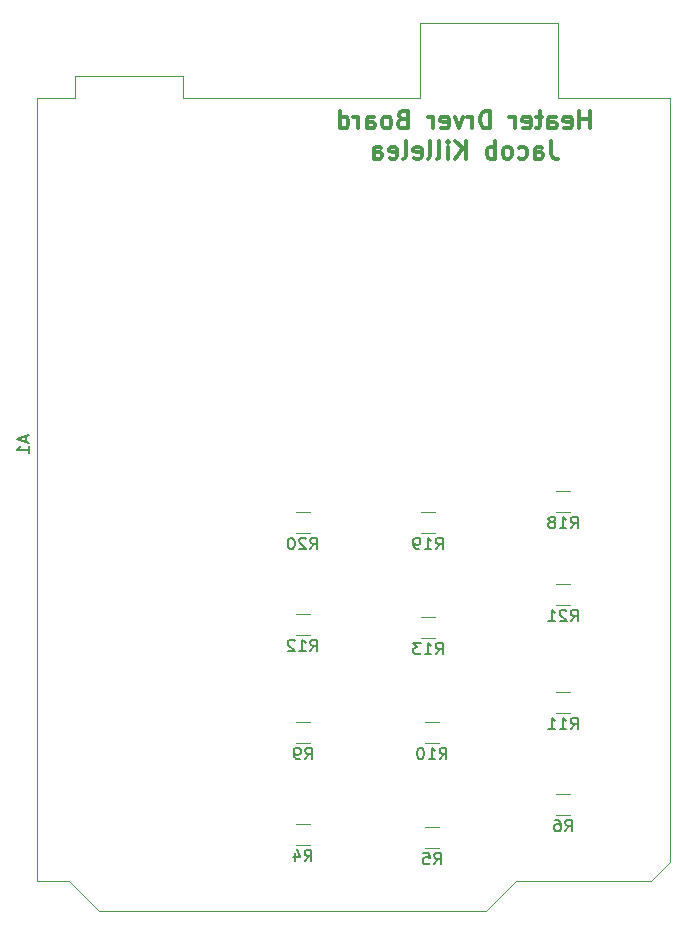
<source format=gbr>
G04 #@! TF.GenerationSoftware,KiCad,Pcbnew,5.0.2-bee76a0~70~ubuntu18.04.1*
G04 #@! TF.CreationDate,2019-02-08T11:17:56-07:00*
G04 #@! TF.ProjectId,driver,64726976-6572-42e6-9b69-6361645f7063,rev?*
G04 #@! TF.SameCoordinates,Original*
G04 #@! TF.FileFunction,Legend,Bot*
G04 #@! TF.FilePolarity,Positive*
%FSLAX46Y46*%
G04 Gerber Fmt 4.6, Leading zero omitted, Abs format (unit mm)*
G04 Created by KiCad (PCBNEW 5.0.2-bee76a0~70~ubuntu18.04.1) date Fri 08 Feb 2019 11:17:56 AM MST*
%MOMM*%
%LPD*%
G01*
G04 APERTURE LIST*
%ADD10C,0.300000*%
%ADD11C,0.120000*%
%ADD12C,0.150000*%
G04 APERTURE END LIST*
D10*
X122077428Y-75857571D02*
X122077428Y-74357571D01*
X122077428Y-75071857D02*
X121220285Y-75071857D01*
X121220285Y-75857571D02*
X121220285Y-74357571D01*
X119934571Y-75786142D02*
X120077428Y-75857571D01*
X120363142Y-75857571D01*
X120506000Y-75786142D01*
X120577428Y-75643285D01*
X120577428Y-75071857D01*
X120506000Y-74929000D01*
X120363142Y-74857571D01*
X120077428Y-74857571D01*
X119934571Y-74929000D01*
X119863142Y-75071857D01*
X119863142Y-75214714D01*
X120577428Y-75357571D01*
X118577428Y-75857571D02*
X118577428Y-75071857D01*
X118648857Y-74929000D01*
X118791714Y-74857571D01*
X119077428Y-74857571D01*
X119220285Y-74929000D01*
X118577428Y-75786142D02*
X118720285Y-75857571D01*
X119077428Y-75857571D01*
X119220285Y-75786142D01*
X119291714Y-75643285D01*
X119291714Y-75500428D01*
X119220285Y-75357571D01*
X119077428Y-75286142D01*
X118720285Y-75286142D01*
X118577428Y-75214714D01*
X118077428Y-74857571D02*
X117506000Y-74857571D01*
X117863142Y-74357571D02*
X117863142Y-75643285D01*
X117791714Y-75786142D01*
X117648857Y-75857571D01*
X117506000Y-75857571D01*
X116434571Y-75786142D02*
X116577428Y-75857571D01*
X116863142Y-75857571D01*
X117006000Y-75786142D01*
X117077428Y-75643285D01*
X117077428Y-75071857D01*
X117006000Y-74929000D01*
X116863142Y-74857571D01*
X116577428Y-74857571D01*
X116434571Y-74929000D01*
X116363142Y-75071857D01*
X116363142Y-75214714D01*
X117077428Y-75357571D01*
X115720285Y-75857571D02*
X115720285Y-74857571D01*
X115720285Y-75143285D02*
X115648857Y-75000428D01*
X115577428Y-74929000D01*
X115434571Y-74857571D01*
X115291714Y-74857571D01*
X113648857Y-75857571D02*
X113648857Y-74357571D01*
X113291714Y-74357571D01*
X113077428Y-74429000D01*
X112934571Y-74571857D01*
X112863142Y-74714714D01*
X112791714Y-75000428D01*
X112791714Y-75214714D01*
X112863142Y-75500428D01*
X112934571Y-75643285D01*
X113077428Y-75786142D01*
X113291714Y-75857571D01*
X113648857Y-75857571D01*
X112148857Y-75857571D02*
X112148857Y-74857571D01*
X112148857Y-75143285D02*
X112077428Y-75000428D01*
X112006000Y-74929000D01*
X111863142Y-74857571D01*
X111720285Y-74857571D01*
X111363142Y-74857571D02*
X111006000Y-75857571D01*
X110648857Y-74857571D01*
X109506000Y-75786142D02*
X109648857Y-75857571D01*
X109934571Y-75857571D01*
X110077428Y-75786142D01*
X110148857Y-75643285D01*
X110148857Y-75071857D01*
X110077428Y-74929000D01*
X109934571Y-74857571D01*
X109648857Y-74857571D01*
X109506000Y-74929000D01*
X109434571Y-75071857D01*
X109434571Y-75214714D01*
X110148857Y-75357571D01*
X108791714Y-75857571D02*
X108791714Y-74857571D01*
X108791714Y-75143285D02*
X108720285Y-75000428D01*
X108648857Y-74929000D01*
X108506000Y-74857571D01*
X108363142Y-74857571D01*
X106220285Y-75071857D02*
X106006000Y-75143285D01*
X105934571Y-75214714D01*
X105863142Y-75357571D01*
X105863142Y-75571857D01*
X105934571Y-75714714D01*
X106006000Y-75786142D01*
X106148857Y-75857571D01*
X106720285Y-75857571D01*
X106720285Y-74357571D01*
X106220285Y-74357571D01*
X106077428Y-74429000D01*
X106006000Y-74500428D01*
X105934571Y-74643285D01*
X105934571Y-74786142D01*
X106006000Y-74929000D01*
X106077428Y-75000428D01*
X106220285Y-75071857D01*
X106720285Y-75071857D01*
X105006000Y-75857571D02*
X105148857Y-75786142D01*
X105220285Y-75714714D01*
X105291714Y-75571857D01*
X105291714Y-75143285D01*
X105220285Y-75000428D01*
X105148857Y-74929000D01*
X105006000Y-74857571D01*
X104791714Y-74857571D01*
X104648857Y-74929000D01*
X104577428Y-75000428D01*
X104506000Y-75143285D01*
X104506000Y-75571857D01*
X104577428Y-75714714D01*
X104648857Y-75786142D01*
X104791714Y-75857571D01*
X105006000Y-75857571D01*
X103220285Y-75857571D02*
X103220285Y-75071857D01*
X103291714Y-74929000D01*
X103434571Y-74857571D01*
X103720285Y-74857571D01*
X103863142Y-74929000D01*
X103220285Y-75786142D02*
X103363142Y-75857571D01*
X103720285Y-75857571D01*
X103863142Y-75786142D01*
X103934571Y-75643285D01*
X103934571Y-75500428D01*
X103863142Y-75357571D01*
X103720285Y-75286142D01*
X103363142Y-75286142D01*
X103220285Y-75214714D01*
X102506000Y-75857571D02*
X102506000Y-74857571D01*
X102506000Y-75143285D02*
X102434571Y-75000428D01*
X102363142Y-74929000D01*
X102220285Y-74857571D01*
X102077428Y-74857571D01*
X100934571Y-75857571D02*
X100934571Y-74357571D01*
X100934571Y-75786142D02*
X101077428Y-75857571D01*
X101363142Y-75857571D01*
X101506000Y-75786142D01*
X101577428Y-75714714D01*
X101648857Y-75571857D01*
X101648857Y-75143285D01*
X101577428Y-75000428D01*
X101506000Y-74929000D01*
X101363142Y-74857571D01*
X101077428Y-74857571D01*
X100934571Y-74929000D01*
X118791714Y-76907571D02*
X118791714Y-77979000D01*
X118863142Y-78193285D01*
X119006000Y-78336142D01*
X119220285Y-78407571D01*
X119363142Y-78407571D01*
X117434571Y-78407571D02*
X117434571Y-77621857D01*
X117506000Y-77479000D01*
X117648857Y-77407571D01*
X117934571Y-77407571D01*
X118077428Y-77479000D01*
X117434571Y-78336142D02*
X117577428Y-78407571D01*
X117934571Y-78407571D01*
X118077428Y-78336142D01*
X118148857Y-78193285D01*
X118148857Y-78050428D01*
X118077428Y-77907571D01*
X117934571Y-77836142D01*
X117577428Y-77836142D01*
X117434571Y-77764714D01*
X116077428Y-78336142D02*
X116220285Y-78407571D01*
X116506000Y-78407571D01*
X116648857Y-78336142D01*
X116720285Y-78264714D01*
X116791714Y-78121857D01*
X116791714Y-77693285D01*
X116720285Y-77550428D01*
X116648857Y-77479000D01*
X116506000Y-77407571D01*
X116220285Y-77407571D01*
X116077428Y-77479000D01*
X115220285Y-78407571D02*
X115363142Y-78336142D01*
X115434571Y-78264714D01*
X115506000Y-78121857D01*
X115506000Y-77693285D01*
X115434571Y-77550428D01*
X115363142Y-77479000D01*
X115220285Y-77407571D01*
X115006000Y-77407571D01*
X114863142Y-77479000D01*
X114791714Y-77550428D01*
X114720285Y-77693285D01*
X114720285Y-78121857D01*
X114791714Y-78264714D01*
X114863142Y-78336142D01*
X115006000Y-78407571D01*
X115220285Y-78407571D01*
X114077428Y-78407571D02*
X114077428Y-76907571D01*
X114077428Y-77479000D02*
X113934571Y-77407571D01*
X113648857Y-77407571D01*
X113506000Y-77479000D01*
X113434571Y-77550428D01*
X113363142Y-77693285D01*
X113363142Y-78121857D01*
X113434571Y-78264714D01*
X113506000Y-78336142D01*
X113648857Y-78407571D01*
X113934571Y-78407571D01*
X114077428Y-78336142D01*
X111577428Y-78407571D02*
X111577428Y-76907571D01*
X110720285Y-78407571D02*
X111363142Y-77550428D01*
X110720285Y-76907571D02*
X111577428Y-77764714D01*
X110077428Y-78407571D02*
X110077428Y-77407571D01*
X110077428Y-76907571D02*
X110148857Y-76979000D01*
X110077428Y-77050428D01*
X110006000Y-76979000D01*
X110077428Y-76907571D01*
X110077428Y-77050428D01*
X109148857Y-78407571D02*
X109291714Y-78336142D01*
X109363142Y-78193285D01*
X109363142Y-76907571D01*
X108363142Y-78407571D02*
X108506000Y-78336142D01*
X108577428Y-78193285D01*
X108577428Y-76907571D01*
X107220285Y-78336142D02*
X107363142Y-78407571D01*
X107648857Y-78407571D01*
X107791714Y-78336142D01*
X107863142Y-78193285D01*
X107863142Y-77621857D01*
X107791714Y-77479000D01*
X107648857Y-77407571D01*
X107363142Y-77407571D01*
X107220285Y-77479000D01*
X107148857Y-77621857D01*
X107148857Y-77764714D01*
X107863142Y-77907571D01*
X106291714Y-78407571D02*
X106434571Y-78336142D01*
X106506000Y-78193285D01*
X106506000Y-76907571D01*
X105148857Y-78336142D02*
X105291714Y-78407571D01*
X105577428Y-78407571D01*
X105720285Y-78336142D01*
X105791714Y-78193285D01*
X105791714Y-77621857D01*
X105720285Y-77479000D01*
X105577428Y-77407571D01*
X105291714Y-77407571D01*
X105148857Y-77479000D01*
X105077428Y-77621857D01*
X105077428Y-77764714D01*
X105791714Y-77907571D01*
X103791714Y-78407571D02*
X103791714Y-77621857D01*
X103863142Y-77479000D01*
X104006000Y-77407571D01*
X104291714Y-77407571D01*
X104434571Y-77479000D01*
X103791714Y-78336142D02*
X103934571Y-78407571D01*
X104291714Y-78407571D01*
X104434571Y-78336142D01*
X104506000Y-78193285D01*
X104506000Y-78050428D01*
X104434571Y-77907571D01*
X104291714Y-77836142D01*
X103934571Y-77836142D01*
X103791714Y-77764714D01*
D11*
G04 #@! TO.C,A1*
X113288000Y-142116000D02*
X80518000Y-142116000D01*
X80518000Y-142116000D02*
X77978000Y-139576000D01*
X77978000Y-139576000D02*
X75308000Y-139576000D01*
X75308000Y-139576000D02*
X75308000Y-73276000D01*
X75308000Y-73276000D02*
X78488000Y-73276000D01*
X78488000Y-73276000D02*
X78488000Y-71376000D01*
X78488000Y-71376000D02*
X87628000Y-71376000D01*
X87628000Y-71376000D02*
X87628000Y-73276000D01*
X87628000Y-73276000D02*
X107698000Y-73276000D01*
X107698000Y-73276000D02*
X107698000Y-66926000D01*
X107698000Y-66926000D02*
X119378000Y-66926000D01*
X119378000Y-66926000D02*
X119378000Y-73276000D01*
X119378000Y-73276000D02*
X128908000Y-73276000D01*
X128908000Y-73276000D02*
X128908000Y-137926000D01*
X128908000Y-137926000D02*
X127258000Y-139576000D01*
X127258000Y-139576000D02*
X115828000Y-139576000D01*
X115828000Y-139576000D02*
X113288000Y-142116000D01*
G04 #@! TO.C,R4*
X97187936Y-134726000D02*
X98392064Y-134726000D01*
X97187936Y-136546000D02*
X98392064Y-136546000D01*
G04 #@! TO.C,R5*
X108146436Y-136800000D02*
X109350564Y-136800000D01*
X108146436Y-134980000D02*
X109350564Y-134980000D01*
G04 #@! TO.C,R6*
X119249436Y-132186000D02*
X120453564Y-132186000D01*
X119249436Y-134006000D02*
X120453564Y-134006000D01*
G04 #@! TO.C,R9*
X97224436Y-127910000D02*
X98428564Y-127910000D01*
X97224436Y-126090000D02*
X98428564Y-126090000D01*
G04 #@! TO.C,R10*
X108146436Y-127910000D02*
X109350564Y-127910000D01*
X108146436Y-126090000D02*
X109350564Y-126090000D01*
G04 #@! TO.C,R11*
X119249436Y-123550000D02*
X120453564Y-123550000D01*
X119249436Y-125370000D02*
X120453564Y-125370000D01*
G04 #@! TO.C,R12*
X97187936Y-118766000D02*
X98392064Y-118766000D01*
X97187936Y-116946000D02*
X98392064Y-116946000D01*
G04 #@! TO.C,R13*
X107819436Y-117200000D02*
X109023564Y-117200000D01*
X107819436Y-119020000D02*
X109023564Y-119020000D01*
G04 #@! TO.C,R18*
X119249436Y-106532000D02*
X120453564Y-106532000D01*
X119249436Y-108352000D02*
X120453564Y-108352000D01*
G04 #@! TO.C,R19*
X107819436Y-110130000D02*
X109023564Y-110130000D01*
X107819436Y-108310000D02*
X109023564Y-108310000D01*
G04 #@! TO.C,R20*
X97187936Y-108310000D02*
X98392064Y-108310000D01*
X97187936Y-110130000D02*
X98392064Y-110130000D01*
G04 #@! TO.C,R21*
X119249436Y-116226000D02*
X120453564Y-116226000D01*
X119249436Y-114406000D02*
X120453564Y-114406000D01*
G04 #@! TO.C,A1*
D12*
X74334666Y-101901714D02*
X74334666Y-102377904D01*
X74620380Y-101806476D02*
X73620380Y-102139809D01*
X74620380Y-102473142D01*
X74620380Y-103330285D02*
X74620380Y-102758857D01*
X74620380Y-103044571D02*
X73620380Y-103044571D01*
X73763238Y-102949333D01*
X73858476Y-102854095D01*
X73906095Y-102758857D01*
G04 #@! TO.C,R4*
X97956666Y-137908380D02*
X98290000Y-137432190D01*
X98528095Y-137908380D02*
X98528095Y-136908380D01*
X98147142Y-136908380D01*
X98051904Y-136956000D01*
X98004285Y-137003619D01*
X97956666Y-137098857D01*
X97956666Y-137241714D01*
X98004285Y-137336952D01*
X98051904Y-137384571D01*
X98147142Y-137432190D01*
X98528095Y-137432190D01*
X97099523Y-137241714D02*
X97099523Y-137908380D01*
X97337619Y-136860761D02*
X97575714Y-137575047D01*
X96956666Y-137575047D01*
G04 #@! TO.C,R5*
X108915166Y-138162380D02*
X109248500Y-137686190D01*
X109486595Y-138162380D02*
X109486595Y-137162380D01*
X109105642Y-137162380D01*
X109010404Y-137210000D01*
X108962785Y-137257619D01*
X108915166Y-137352857D01*
X108915166Y-137495714D01*
X108962785Y-137590952D01*
X109010404Y-137638571D01*
X109105642Y-137686190D01*
X109486595Y-137686190D01*
X108010404Y-137162380D02*
X108486595Y-137162380D01*
X108534214Y-137638571D01*
X108486595Y-137590952D01*
X108391357Y-137543333D01*
X108153261Y-137543333D01*
X108058023Y-137590952D01*
X108010404Y-137638571D01*
X107962785Y-137733809D01*
X107962785Y-137971904D01*
X108010404Y-138067142D01*
X108058023Y-138114761D01*
X108153261Y-138162380D01*
X108391357Y-138162380D01*
X108486595Y-138114761D01*
X108534214Y-138067142D01*
G04 #@! TO.C,R6*
X120018166Y-135368380D02*
X120351500Y-134892190D01*
X120589595Y-135368380D02*
X120589595Y-134368380D01*
X120208642Y-134368380D01*
X120113404Y-134416000D01*
X120065785Y-134463619D01*
X120018166Y-134558857D01*
X120018166Y-134701714D01*
X120065785Y-134796952D01*
X120113404Y-134844571D01*
X120208642Y-134892190D01*
X120589595Y-134892190D01*
X119161023Y-134368380D02*
X119351500Y-134368380D01*
X119446738Y-134416000D01*
X119494357Y-134463619D01*
X119589595Y-134606476D01*
X119637214Y-134796952D01*
X119637214Y-135177904D01*
X119589595Y-135273142D01*
X119541976Y-135320761D01*
X119446738Y-135368380D01*
X119256261Y-135368380D01*
X119161023Y-135320761D01*
X119113404Y-135273142D01*
X119065785Y-135177904D01*
X119065785Y-134939809D01*
X119113404Y-134844571D01*
X119161023Y-134796952D01*
X119256261Y-134749333D01*
X119446738Y-134749333D01*
X119541976Y-134796952D01*
X119589595Y-134844571D01*
X119637214Y-134939809D01*
G04 #@! TO.C,R9*
X97993166Y-129272380D02*
X98326500Y-128796190D01*
X98564595Y-129272380D02*
X98564595Y-128272380D01*
X98183642Y-128272380D01*
X98088404Y-128320000D01*
X98040785Y-128367619D01*
X97993166Y-128462857D01*
X97993166Y-128605714D01*
X98040785Y-128700952D01*
X98088404Y-128748571D01*
X98183642Y-128796190D01*
X98564595Y-128796190D01*
X97516976Y-129272380D02*
X97326500Y-129272380D01*
X97231261Y-129224761D01*
X97183642Y-129177142D01*
X97088404Y-129034285D01*
X97040785Y-128843809D01*
X97040785Y-128462857D01*
X97088404Y-128367619D01*
X97136023Y-128320000D01*
X97231261Y-128272380D01*
X97421738Y-128272380D01*
X97516976Y-128320000D01*
X97564595Y-128367619D01*
X97612214Y-128462857D01*
X97612214Y-128700952D01*
X97564595Y-128796190D01*
X97516976Y-128843809D01*
X97421738Y-128891428D01*
X97231261Y-128891428D01*
X97136023Y-128843809D01*
X97088404Y-128796190D01*
X97040785Y-128700952D01*
G04 #@! TO.C,R10*
X109391357Y-129272380D02*
X109724690Y-128796190D01*
X109962785Y-129272380D02*
X109962785Y-128272380D01*
X109581833Y-128272380D01*
X109486595Y-128320000D01*
X109438976Y-128367619D01*
X109391357Y-128462857D01*
X109391357Y-128605714D01*
X109438976Y-128700952D01*
X109486595Y-128748571D01*
X109581833Y-128796190D01*
X109962785Y-128796190D01*
X108438976Y-129272380D02*
X109010404Y-129272380D01*
X108724690Y-129272380D02*
X108724690Y-128272380D01*
X108819928Y-128415238D01*
X108915166Y-128510476D01*
X109010404Y-128558095D01*
X107819928Y-128272380D02*
X107724690Y-128272380D01*
X107629452Y-128320000D01*
X107581833Y-128367619D01*
X107534214Y-128462857D01*
X107486595Y-128653333D01*
X107486595Y-128891428D01*
X107534214Y-129081904D01*
X107581833Y-129177142D01*
X107629452Y-129224761D01*
X107724690Y-129272380D01*
X107819928Y-129272380D01*
X107915166Y-129224761D01*
X107962785Y-129177142D01*
X108010404Y-129081904D01*
X108058023Y-128891428D01*
X108058023Y-128653333D01*
X108010404Y-128462857D01*
X107962785Y-128367619D01*
X107915166Y-128320000D01*
X107819928Y-128272380D01*
G04 #@! TO.C,R11*
X120494357Y-126732380D02*
X120827690Y-126256190D01*
X121065785Y-126732380D02*
X121065785Y-125732380D01*
X120684833Y-125732380D01*
X120589595Y-125780000D01*
X120541976Y-125827619D01*
X120494357Y-125922857D01*
X120494357Y-126065714D01*
X120541976Y-126160952D01*
X120589595Y-126208571D01*
X120684833Y-126256190D01*
X121065785Y-126256190D01*
X119541976Y-126732380D02*
X120113404Y-126732380D01*
X119827690Y-126732380D02*
X119827690Y-125732380D01*
X119922928Y-125875238D01*
X120018166Y-125970476D01*
X120113404Y-126018095D01*
X118589595Y-126732380D02*
X119161023Y-126732380D01*
X118875309Y-126732380D02*
X118875309Y-125732380D01*
X118970547Y-125875238D01*
X119065785Y-125970476D01*
X119161023Y-126018095D01*
G04 #@! TO.C,R12*
X98432857Y-120128380D02*
X98766190Y-119652190D01*
X99004285Y-120128380D02*
X99004285Y-119128380D01*
X98623333Y-119128380D01*
X98528095Y-119176000D01*
X98480476Y-119223619D01*
X98432857Y-119318857D01*
X98432857Y-119461714D01*
X98480476Y-119556952D01*
X98528095Y-119604571D01*
X98623333Y-119652190D01*
X99004285Y-119652190D01*
X97480476Y-120128380D02*
X98051904Y-120128380D01*
X97766190Y-120128380D02*
X97766190Y-119128380D01*
X97861428Y-119271238D01*
X97956666Y-119366476D01*
X98051904Y-119414095D01*
X97099523Y-119223619D02*
X97051904Y-119176000D01*
X96956666Y-119128380D01*
X96718571Y-119128380D01*
X96623333Y-119176000D01*
X96575714Y-119223619D01*
X96528095Y-119318857D01*
X96528095Y-119414095D01*
X96575714Y-119556952D01*
X97147142Y-120128380D01*
X96528095Y-120128380D01*
G04 #@! TO.C,R13*
X109064357Y-120382380D02*
X109397690Y-119906190D01*
X109635785Y-120382380D02*
X109635785Y-119382380D01*
X109254833Y-119382380D01*
X109159595Y-119430000D01*
X109111976Y-119477619D01*
X109064357Y-119572857D01*
X109064357Y-119715714D01*
X109111976Y-119810952D01*
X109159595Y-119858571D01*
X109254833Y-119906190D01*
X109635785Y-119906190D01*
X108111976Y-120382380D02*
X108683404Y-120382380D01*
X108397690Y-120382380D02*
X108397690Y-119382380D01*
X108492928Y-119525238D01*
X108588166Y-119620476D01*
X108683404Y-119668095D01*
X107778642Y-119382380D02*
X107159595Y-119382380D01*
X107492928Y-119763333D01*
X107350071Y-119763333D01*
X107254833Y-119810952D01*
X107207214Y-119858571D01*
X107159595Y-119953809D01*
X107159595Y-120191904D01*
X107207214Y-120287142D01*
X107254833Y-120334761D01*
X107350071Y-120382380D01*
X107635785Y-120382380D01*
X107731023Y-120334761D01*
X107778642Y-120287142D01*
G04 #@! TO.C,R18*
X120494357Y-109714380D02*
X120827690Y-109238190D01*
X121065785Y-109714380D02*
X121065785Y-108714380D01*
X120684833Y-108714380D01*
X120589595Y-108762000D01*
X120541976Y-108809619D01*
X120494357Y-108904857D01*
X120494357Y-109047714D01*
X120541976Y-109142952D01*
X120589595Y-109190571D01*
X120684833Y-109238190D01*
X121065785Y-109238190D01*
X119541976Y-109714380D02*
X120113404Y-109714380D01*
X119827690Y-109714380D02*
X119827690Y-108714380D01*
X119922928Y-108857238D01*
X120018166Y-108952476D01*
X120113404Y-109000095D01*
X118970547Y-109142952D02*
X119065785Y-109095333D01*
X119113404Y-109047714D01*
X119161023Y-108952476D01*
X119161023Y-108904857D01*
X119113404Y-108809619D01*
X119065785Y-108762000D01*
X118970547Y-108714380D01*
X118780071Y-108714380D01*
X118684833Y-108762000D01*
X118637214Y-108809619D01*
X118589595Y-108904857D01*
X118589595Y-108952476D01*
X118637214Y-109047714D01*
X118684833Y-109095333D01*
X118780071Y-109142952D01*
X118970547Y-109142952D01*
X119065785Y-109190571D01*
X119113404Y-109238190D01*
X119161023Y-109333428D01*
X119161023Y-109523904D01*
X119113404Y-109619142D01*
X119065785Y-109666761D01*
X118970547Y-109714380D01*
X118780071Y-109714380D01*
X118684833Y-109666761D01*
X118637214Y-109619142D01*
X118589595Y-109523904D01*
X118589595Y-109333428D01*
X118637214Y-109238190D01*
X118684833Y-109190571D01*
X118780071Y-109142952D01*
G04 #@! TO.C,R19*
X109064357Y-111492380D02*
X109397690Y-111016190D01*
X109635785Y-111492380D02*
X109635785Y-110492380D01*
X109254833Y-110492380D01*
X109159595Y-110540000D01*
X109111976Y-110587619D01*
X109064357Y-110682857D01*
X109064357Y-110825714D01*
X109111976Y-110920952D01*
X109159595Y-110968571D01*
X109254833Y-111016190D01*
X109635785Y-111016190D01*
X108111976Y-111492380D02*
X108683404Y-111492380D01*
X108397690Y-111492380D02*
X108397690Y-110492380D01*
X108492928Y-110635238D01*
X108588166Y-110730476D01*
X108683404Y-110778095D01*
X107635785Y-111492380D02*
X107445309Y-111492380D01*
X107350071Y-111444761D01*
X107302452Y-111397142D01*
X107207214Y-111254285D01*
X107159595Y-111063809D01*
X107159595Y-110682857D01*
X107207214Y-110587619D01*
X107254833Y-110540000D01*
X107350071Y-110492380D01*
X107540547Y-110492380D01*
X107635785Y-110540000D01*
X107683404Y-110587619D01*
X107731023Y-110682857D01*
X107731023Y-110920952D01*
X107683404Y-111016190D01*
X107635785Y-111063809D01*
X107540547Y-111111428D01*
X107350071Y-111111428D01*
X107254833Y-111063809D01*
X107207214Y-111016190D01*
X107159595Y-110920952D01*
G04 #@! TO.C,R20*
X98432857Y-111492380D02*
X98766190Y-111016190D01*
X99004285Y-111492380D02*
X99004285Y-110492380D01*
X98623333Y-110492380D01*
X98528095Y-110540000D01*
X98480476Y-110587619D01*
X98432857Y-110682857D01*
X98432857Y-110825714D01*
X98480476Y-110920952D01*
X98528095Y-110968571D01*
X98623333Y-111016190D01*
X99004285Y-111016190D01*
X98051904Y-110587619D02*
X98004285Y-110540000D01*
X97909047Y-110492380D01*
X97670952Y-110492380D01*
X97575714Y-110540000D01*
X97528095Y-110587619D01*
X97480476Y-110682857D01*
X97480476Y-110778095D01*
X97528095Y-110920952D01*
X98099523Y-111492380D01*
X97480476Y-111492380D01*
X96861428Y-110492380D02*
X96766190Y-110492380D01*
X96670952Y-110540000D01*
X96623333Y-110587619D01*
X96575714Y-110682857D01*
X96528095Y-110873333D01*
X96528095Y-111111428D01*
X96575714Y-111301904D01*
X96623333Y-111397142D01*
X96670952Y-111444761D01*
X96766190Y-111492380D01*
X96861428Y-111492380D01*
X96956666Y-111444761D01*
X97004285Y-111397142D01*
X97051904Y-111301904D01*
X97099523Y-111111428D01*
X97099523Y-110873333D01*
X97051904Y-110682857D01*
X97004285Y-110587619D01*
X96956666Y-110540000D01*
X96861428Y-110492380D01*
G04 #@! TO.C,R21*
X120494357Y-117588380D02*
X120827690Y-117112190D01*
X121065785Y-117588380D02*
X121065785Y-116588380D01*
X120684833Y-116588380D01*
X120589595Y-116636000D01*
X120541976Y-116683619D01*
X120494357Y-116778857D01*
X120494357Y-116921714D01*
X120541976Y-117016952D01*
X120589595Y-117064571D01*
X120684833Y-117112190D01*
X121065785Y-117112190D01*
X120113404Y-116683619D02*
X120065785Y-116636000D01*
X119970547Y-116588380D01*
X119732452Y-116588380D01*
X119637214Y-116636000D01*
X119589595Y-116683619D01*
X119541976Y-116778857D01*
X119541976Y-116874095D01*
X119589595Y-117016952D01*
X120161023Y-117588380D01*
X119541976Y-117588380D01*
X118589595Y-117588380D02*
X119161023Y-117588380D01*
X118875309Y-117588380D02*
X118875309Y-116588380D01*
X118970547Y-116731238D01*
X119065785Y-116826476D01*
X119161023Y-116874095D01*
G04 #@! TD*
M02*

</source>
